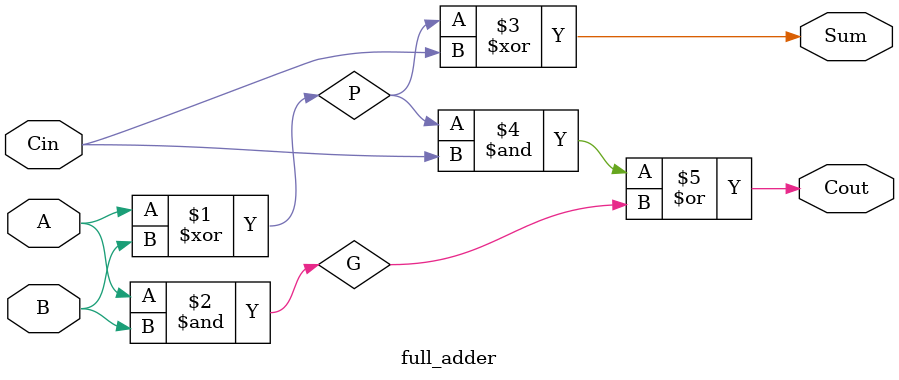
<source format=v>
`timescale 1ns / 1ps


module Adder(
    output reg [8:0] Sum,
  //  output [8:0] approx,
    //output Cout, //S[8]
    input clock,
    input [7:0] X,
    input [7:0] Y,
    input Cin
    );
    wire [6:0] C;
    wire [8:0] S;
    
            full_adder a0( .A(X[0]), .B(Y[0]), .Cin(Cin), .Sum(S[0]), .Cout(C[0]) );
            full_adder a1( .A(X[1]), .B(Y[1]), .Cin(C[0]), .Sum(S[1]), .Cout(C[1]) );
            full_adder a2( .A(X[2]), .B(Y[2]), .Cin(C[1]), .Sum(S[2]), .Cout(C[2]) );
            full_adder a3( .A(X[3]), .B(Y[3]), .Cin(C[2]), .Sum(S[3]), .Cout(S[3]) );
      /*  approx_full_adder a0( .A(X[0]), .B(Y[0]),  .Sum(S[0]), .Cout(C[0]) );
        approx_full_adder a1( .A(X[1]), .B(Y[1]),  .Sum(S[1]), .Cout(C[1]) );
        approx_full_adder a2( .A(X[2]), .B(Y[2]),  .Sum(S[2]), .Cout(C[2]) );
        approx_full_adder a3( .A(X[3]), .B(Y[3]),  .Sum(S[3]), .Cout(C[3]) );*/
        full_adder a4( .A(X[4]), .B(Y[4]), .Cin(C[3]), .Sum(S[4]), .Cout(C[4]) );
        full_adder a5( .A(X[5]), .B(Y[5]), .Cin(C[4]), .Sum(S[5]), .Cout(C[5]) );
        full_adder a6( .A(X[6]), .B(Y[6]), .Cin(C[5]), .Sum(S[6]), .Cout(C[6]) );
        full_adder a7( .A(X[7]), .B(Y[7]), .Cin(C[6]), .Sum(S[7]), .Cout(S[8]) );

        always @(posedge clock) begin
            Sum <= S;
        end

endmodule

module full_adder(
    input A,
    input B,
    input Cin,
    output Sum,
    output Cout
    );
    wire G,P;
    assign P = A ^ B;
    assign G = A & B;
    assign Sum = P ^ Cin;
    assign Cout = (P & Cin) | G;

    
endmodule
/*
module approx_full_adder(
    input A,
    input B,
    output Sum,
    output Cout
    );


    assign Sum = B; //Accuracy = 50%
    assign Cout = A; //Accuracy = 75%

    
endmodule*/

</source>
